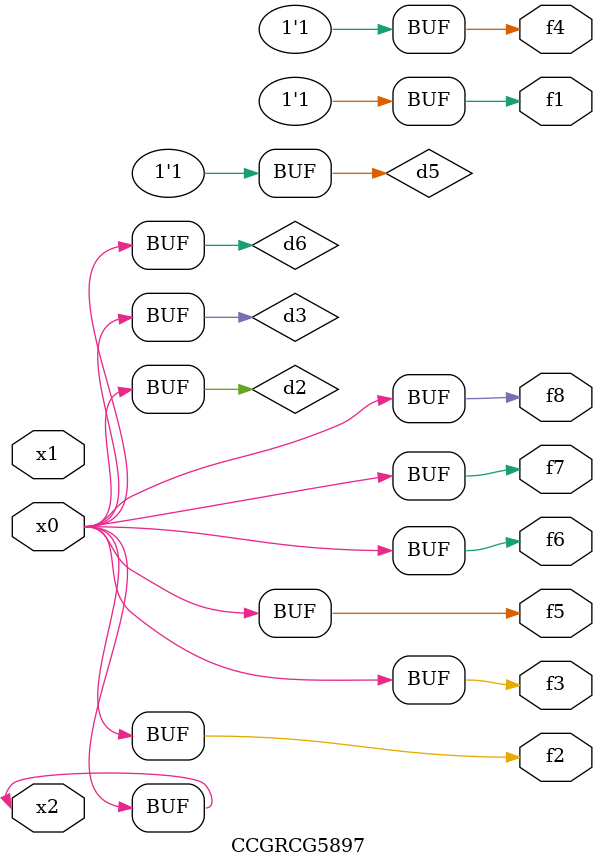
<source format=v>
module CCGRCG5897(
	input x0, x1, x2,
	output f1, f2, f3, f4, f5, f6, f7, f8
);

	wire d1, d2, d3, d4, d5, d6;

	xnor (d1, x2);
	buf (d2, x0, x2);
	and (d3, x0);
	xnor (d4, x1, x2);
	nand (d5, d1, d3);
	buf (d6, d2, d3);
	assign f1 = d5;
	assign f2 = d6;
	assign f3 = d6;
	assign f4 = d5;
	assign f5 = d6;
	assign f6 = d6;
	assign f7 = d6;
	assign f8 = d6;
endmodule

</source>
